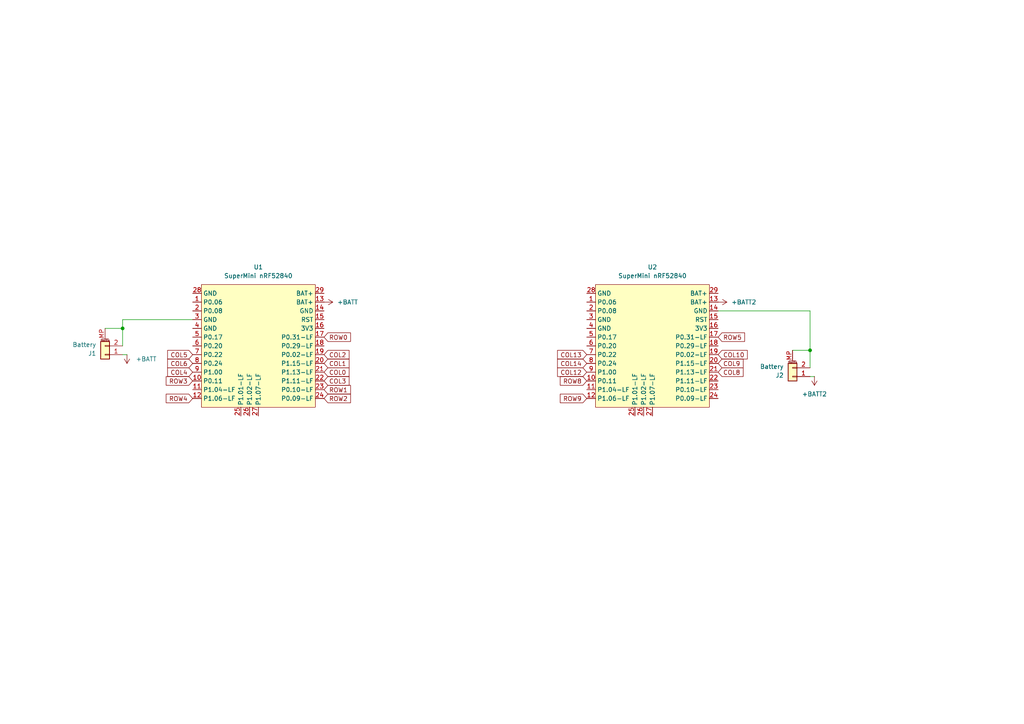
<source format=kicad_sch>
(kicad_sch (version 20231120) (generator "eeschema") (generator_version "8.0")
  (paper "A4")
  (lib_symbols
    (symbol "Connector_Generic_MountingPin:Conn_01x02_MountingPin" (pin_names (offset 1.016) hide)
      (property "Reference" "J" (at 0 2.54 0))
      (property "Value" "Conn_01x02_MountingPin" (at 1.27 -5.08 0))
      (symbol "Conn_01x02_MountingPin_1_1"
        (rectangle (start -1.27 -2.413) (end 0 -2.667) (stroke (width 0.1524)))
        (rectangle (start -1.27 0.127) (end 0 -0.127) (stroke (width 0.1524)))
        (rectangle (start -1.27 1.27) (end 1.27 -3.81) (stroke (width 0.254)) (fill (type background)))
        (polyline (pts (xy -1.016 -4.572) (xy 1.016 -4.572)) (stroke (width 0.1524)))
        (text "Mounting" (at 0 -4.191 0) (effects (font (size 0.381 0.381))))
        (pin passive line (at -5.08 0 0) (length 3.81) (name "Pin_1") (number "1"))
        (pin passive line (at -5.08 -2.54 0) (length 3.81) (name "Pin_2") (number "2"))
        (pin passive line (at 0 -7.62 90) (length 3.048) (name "MountPin") (number "MP"))
      )
    )
    (symbol "marbastlib-promicroish:SuperMini_nRF52840" (in_bom no)
      (property "Reference" "U" (at 0 22.86 0))
      (property "Value" "SuperMini nRF52840" (at 0 20.32 0))
      (symbol "SuperMini_nRF52840_0_0"
        (pin bidirectional line (at -19.05 13.97 0) (length 2.54) (name "P0.06") (number "1"))
        (pin bidirectional line (at -19.05 -8.89 0) (length 2.54) (name "P0.11") (number "10"))
        (pin bidirectional line (at -19.05 -11.43 0) (length 2.54) (name "P1.04-LF") (number "11"))
        (pin bidirectional line (at -19.05 -13.97 0) (length 2.54) (name "P1.06-LF") (number "12"))
        (pin power_out line (at 19.05 11.43 180) (length 2.54) (name "GND") (number "14"))
        (pin bidirectional line (at 19.05 8.89 180) (length 2.54) (name "RST") (number "15"))
        (pin bidirectional line (at 19.05 3.81 180) (length 2.54) (name "P0.31-LF") (number "17"))
        (pin bidirectional line (at 19.05 1.27 180) (length 2.54) (name "P0.29-LF") (number "18"))
        (pin bidirectional line (at 19.05 -1.27 180) (length 2.54) (name "P0.02-LF") (number "19"))
        (pin bidirectional line (at -19.05 11.43 0) (length 2.54) (name "P0.08") (number "2"))
        (pin bidirectional line (at 19.05 -3.81 180) (length 2.54) (name "P1.15-LF") (number "20"))
        (pin bidirectional line (at 19.05 -6.35 180) (length 2.54) (name "P1.13-LF") (number "21"))
        (pin bidirectional line (at 19.05 -8.89 180) (length 2.54) (name "P1.11-LF") (number "22"))
        (pin bidirectional line (at 19.05 -13.97 180) (length 2.54) (name "P0.09-LF") (number "24"))
        (pin power_out line (at -19.05 8.89 0) (length 2.54) (name "GND") (number "3"))
        (pin power_out line (at -19.05 6.35 0) (length 2.54) (name "GND") (number "4"))
        (pin bidirectional line (at -19.05 3.81 0) (length 2.54) (name "P0.17") (number "5"))
        (pin bidirectional line (at -19.05 1.27 0) (length 2.54) (name "P0.20") (number "6"))
        (pin bidirectional line (at -19.05 -1.27 0) (length 2.54) (name "P0.22") (number "7"))
        (pin bidirectional line (at -19.05 -3.81 0) (length 2.54) (name "P0.24") (number "8"))
        (pin bidirectional line (at -19.05 -6.35 0) (length 2.54) (name "P1.00") (number "9"))
      )
      (symbol "SuperMini_nRF52840_1_0"
        (pin power_out line (at 19.05 13.97 180) (length 2.54) (name "BAT+") (number "13"))
        (pin power_out line (at 19.05 6.35 180) (length 2.54) (name "3V3") (number "16"))
        (pin bidirectional line (at 19.05 -11.43 180) (length 2.54) (name "P0.10-LF") (number "23"))
        (pin bidirectional line (at -5.08 -19.05 90) (length 2.54) (name "P1.01-LF") (number "25"))
        (pin bidirectional line (at -2.54 -19.05 90) (length 2.54) (name "P1.02-LF") (number "26"))
        (pin bidirectional line (at 0 -19.05 90) (length 2.54) (name "P1.07-LF") (number "27"))
        (pin power_out line (at -19.05 16.51 0) (length 2.54) (name "GND") (number "28"))
        (pin power_out line (at 19.05 16.51 180) (length 2.54) (name "BAT+") (number "29"))
      )
      (symbol "SuperMini_nRF52840_1_1"
        (rectangle (start -16.51 19.05) (end 16.51 -16.51) (fill (type background)))
      )
    )
    (symbol "power:+BATT" (power) (pin_numbers hide) (pin_names (offset 0) hide)
      (property "Value" "+BATT" (at 0 3.556 0))
      (symbol "+BATT_0_1"
        (polyline (pts (xy -0.762 1.27) (xy 0 2.54)))
        (polyline (pts (xy 0 0) (xy 0 2.54)))
        (polyline (pts (xy 0 2.54) (xy 0.762 1.27)))
      )
      (symbol "+BATT_1_1"
        (pin power_in line (at 0 0 90) (length 0) (name "~") (number "1"))
      )
    )
  )
  (junction (at 35.56 95.25))
  (junction (at 234.95 101.6))
  (wire (pts (xy 208.28 90.17) (xy 234.95 90.17)))
  (wire (pts (xy 234.95 101.6) (xy 229.87 101.6)))
  (wire (pts (xy 35.56 100.33) (xy 35.56 95.25)))
  (wire (pts (xy 234.95 109.22) (xy 236.22 109.22)))
  (wire (pts (xy 35.56 92.71) (xy 35.56 95.25)))
  (wire (pts (xy 234.95 106.68) (xy 234.95 101.6)))
  (wire (pts (xy 55.88 92.71) (xy 35.56 92.71)))
  (wire (pts (xy 35.56 102.87) (xy 36.83 102.87)))
  (wire (pts (xy 234.95 90.17) (xy 234.95 101.6)))
  (wire (pts (xy 35.56 95.25) (xy 30.48 95.25)))
  (global_label "COL2" (shape input) (at 93.98 102.87 0) (property "Intersheetrefs" "${INTERSHEET_REFS}" (effects (hide yes))))
  (global_label "ROW3" (shape input) (at 55.88 110.49 180) (property "Intersheetrefs" "${INTERSHEET_REFS}" (effects (hide yes))))
  (global_label "COL0" (shape input) (at 93.98 107.95 0) (property "Intersheetrefs" "${INTERSHEET_REFS}" (effects (hide yes))))
  (global_label "COL6" (shape input) (at 55.88 105.41 180) (property "Intersheetrefs" "${INTERSHEET_REFS}" (effects (hide yes))))
  (global_label "ROW1" (shape input) (at 93.98 113.03 0) (property "Intersheetrefs" "${INTERSHEET_REFS}" (effects (hide yes))))
  (global_label "COL5" (shape input) (at 55.88 102.87 180) (property "Intersheetrefs" "${INTERSHEET_REFS}" (effects (hide yes))))
  (global_label "ROW4" (shape input) (at 55.88 115.57 180) (property "Intersheetrefs" "${INTERSHEET_REFS}" (effects (hide yes))))
  (global_label "COL13" (shape input) (at 170.18 102.87 180) (property "Intersheetrefs" "${INTERSHEET_REFS}" (effects (hide yes))))
  (global_label "COL3" (shape input) (at 93.98 110.49 0) (property "Intersheetrefs" "${INTERSHEET_REFS}" (effects (hide yes))))
  (global_label "COL4" (shape input) (at 55.88 107.95 180) (property "Intersheetrefs" "${INTERSHEET_REFS}" (effects (hide yes))))
  (global_label "COL1" (shape input) (at 93.98 105.41 0) (property "Intersheetrefs" "${INTERSHEET_REFS}" (effects (hide yes))))
  (global_label "COL9" (shape input) (at 208.28 105.41 0) (property "Intersheetrefs" "${INTERSHEET_REFS}" (effects (hide yes))))
  (global_label "ROW5" (shape input) (at 208.28 97.79 0) (property "Intersheetrefs" "${INTERSHEET_REFS}" (effects (hide yes))))
  (global_label "ROW2" (shape input) (at 93.98 115.57 0) (property "Intersheetrefs" "${INTERSHEET_REFS}" (effects (hide yes))))
  (global_label "COL8" (shape input) (at 208.28 107.95 0) (property "Intersheetrefs" "${INTERSHEET_REFS}" (effects (hide yes))))
  (global_label "ROW9" (shape input) (at 170.18 115.57 180) (property "Intersheetrefs" "${INTERSHEET_REFS}" (effects (hide yes))))
  (global_label "COL12" (shape input) (at 170.18 107.95 180) (property "Intersheetrefs" "${INTERSHEET_REFS}" (effects (hide yes))))
  (global_label "COL10" (shape input) (at 208.28 102.87 0) (property "Intersheetrefs" "${INTERSHEET_REFS}" (effects (hide yes))))
  (global_label "COL14" (shape input) (at 170.18 105.41 180) (property "Intersheetrefs" "${INTERSHEET_REFS}" (effects (hide yes))))
  (global_label "ROW0" (shape input) (at 93.98 97.79 0) (property "Intersheetrefs" "${INTERSHEET_REFS}" (effects (hide yes))))
  (global_label "ROW8" (shape input) (at 170.18 110.49 180) (property "Intersheetrefs" "${INTERSHEET_REFS}" (effects (hide yes))))
  (symbol (lib_id "power:+BATT") (at 36.83 102.87 180) (unit 1)
    (property "Reference" "#PWR01" (effects (hide yes)))
    (property "Value" "+BATT" (at 39.37 104.1399 0) (effects (justify right)))
    (property "Description" "Power symbol creates a global label with name \"+BATT\"" (effects (hide yes)))
  )
  (symbol (lib_id "marbastlib-promicroish:SuperMini_nRF52840") (at 189.23 101.6 0) (unit 1) (in_bom no)
    (property "Reference" "U2" (at 189.23 77.47 0))
    (property "Value" "SuperMini nRF52840" (at 189.23 80.01 0))
    (property "Footprint" "marbastlib-xp-promicroish:SuperMini_nRF52840_AH_USBdn" (effects (hide yes)))
    (property "Datasheet" "https://wiki.icbbuy.com/doku.php?id=developmentboard:nrf52840" (effects (hide yes)))
    (property "Description" "Symbol for an nicekeyboards nice!nano" (effects (hide yes)))
  )
  (symbol (lib_id "power:+BATT") (at 236.22 109.22 180) (unit 1)
    (property "Reference" "#PWR07" (effects (hide yes)))
    (property "Value" "+BATT2" (at 236.22 114.3 0))
    (property "Description" "Power symbol creates a global label with name \"+BATT\"" (effects (hide yes)))
  )
  (symbol (lib_id "Connector_Generic_MountingPin:Conn_01x02_MountingPin") (at 229.87 109.22 180) (unit 1)
    (property "Reference" "J2" (at 227.33 108.8645 0) (effects (justify left)))
    (property "Value" "Battery" (at 227.33 106.3245 0) (effects (justify left)))
    (property "Footprint" "Connector_JST:JST_PH_S2B-PH-SM4-TB_1x02-1MP_P2.00mm_Horizontal" (effects (hide yes)))
    (property "Description" "Generic connectable mounting pin connector, single row, 01x02, script generated (kicad-library-utils/schlib/autogen/connector/)" (effects (hide yes)))
  )
  (symbol (lib_id "Connector_Generic_MountingPin:Conn_01x02_MountingPin") (at 30.48 102.87 180) (unit 1)
    (property "Reference" "J1" (at 27.94 102.5145 0) (effects (justify left)))
    (property "Value" "Battery" (at 27.94 99.9745 0) (effects (justify left)))
    (property "Footprint" "Connector_JST:JST_PH_S2B-PH-SM4-TB_1x02-1MP_P2.00mm_Horizontal" (effects (hide yes)))
    (property "Description" "Generic connectable mounting pin connector, single row, 01x02, script generated (kicad-library-utils/schlib/autogen/connector/)" (effects (hide yes)))
  )
  (symbol (lib_id "marbastlib-promicroish:SuperMini_nRF52840") (at 74.93 101.6 0) (unit 1) (in_bom no)
    (property "Reference" "U1" (at 74.93 77.47 0))
    (property "Value" "SuperMini nRF52840" (at 74.93 80.01 0))
    (property "Footprint" "marbastlib-xp-promicroish:SuperMini_nRF52840_AH_USBdn" (effects (hide yes)))
    (property "Datasheet" "https://wiki.icbbuy.com/doku.php?id=developmentboard:nrf52840" (effects (hide yes)))
    (property "Description" "Symbol for an nicekeyboards nice!nano" (effects (hide yes)))
  )
  (symbol (lib_id "power:+BATT") (at 93.98 87.63 270) (unit 1)
    (property "Reference" "#PWR08" (effects (hide yes)))
    (property "Value" "+BATT" (at 97.79 87.6299 90) (effects (justify left)))
    (property "Description" "Power symbol creates a global label with name \"+BATT\"" (effects (hide yes)))
  )
  (symbol (lib_id "power:+BATT") (at 208.28 87.63 270) (unit 1)
    (property "Reference" "#PWR04" (effects (hide yes)))
    (property "Value" "+BATT2" (at 212.09 87.6299 90) (effects (justify left)))
    (property "Description" "Power symbol creates a global label with name \"+BATT\"" (effects (hide yes)))
  )
)
</source>
